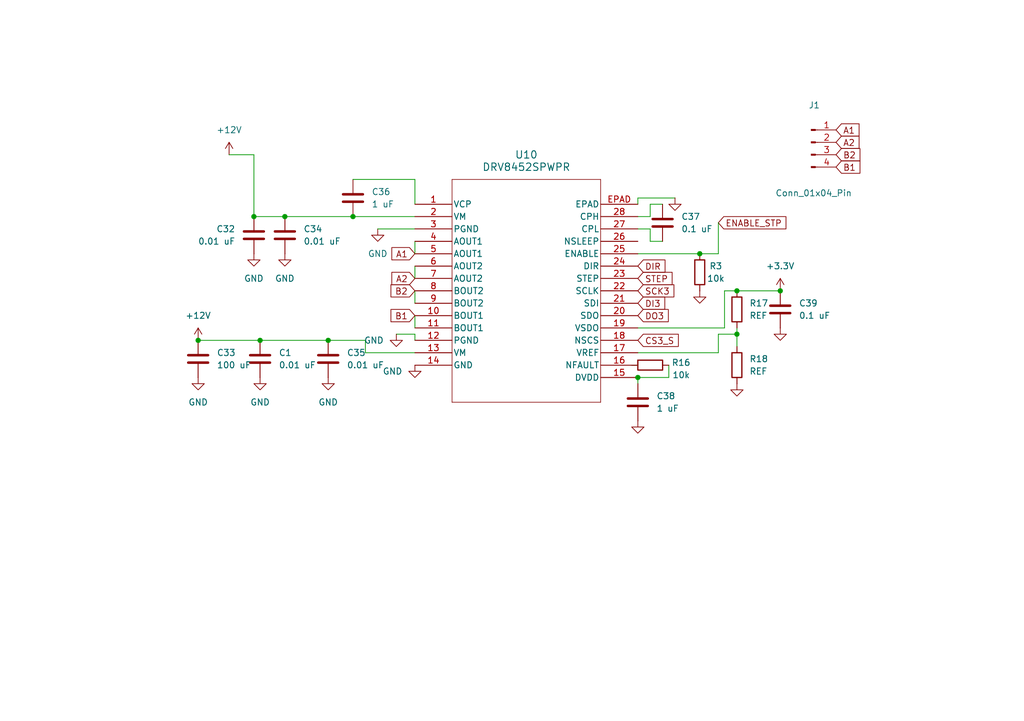
<source format=kicad_sch>
(kicad_sch (version 20250114) (generator "eeschema") (generator_version "9.0")
  (paper "A5")
  (lib_symbols
    (symbol "Connector:Conn_01x04_Pin" (pin_names (offset 1.016) (hide yes))
      (property "Reference" "J" (at 0 5.08 0))
      (property "Value" "Conn_01x04_Pin" (at 0 -7.62 0))
      (symbol "Conn_01x04_Pin_1_1"
        (rectangle (start 0.8636 2.667) (end 0 2.413) (stroke (width 0.1524)) (fill (type outline)))
        (rectangle (start 0.8636 0.127) (end 0 -0.127) (stroke (width 0.1524)) (fill (type outline)))
        (rectangle (start 0.8636 -2.413) (end 0 -2.667) (stroke (width 0.1524)) (fill (type outline)))
        (rectangle (start 0.8636 -4.953) (end 0 -5.207) (stroke (width 0.1524)) (fill (type outline)))
        (polyline (pts (xy 1.27 2.54) (xy 0.8636 2.54)) (stroke (width 0.1524)))
        (polyline (pts (xy 1.27 0) (xy 0.8636 0)) (stroke (width 0.1524)))
        (polyline (pts (xy 1.27 -2.54) (xy 0.8636 -2.54)) (stroke (width 0.1524)))
        (polyline (pts (xy 1.27 -5.08) (xy 0.8636 -5.08)) (stroke (width 0.1524)))
        (pin passive line (at 5.08 2.54 180) (length 3.81) (name "Pin_1") (number "1"))
        (pin passive line (at 5.08 0 180) (length 3.81) (name "Pin_2") (number "2"))
        (pin passive line (at 5.08 -2.54 180) (length 3.81) (name "Pin_3") (number "3"))
        (pin passive line (at 5.08 -5.08 180) (length 3.81) (name "Pin_4") (number "4"))
      )
    )
    (symbol "DRV8434SPWPR:DRV8434SPWPR" (pin_names (offset 0.254))
      (property "Reference" "U" (at 22.86 10.16 0))
      (property "Value" "DRV8434SPWPR" (at 22.86 7.62 0))
      (symbol "DRV8434SPWPR_0_1"
        (polyline (pts (xy 7.62 5.08) (xy 7.62 -40.64)) (stroke (width 0.127)))
        (polyline (pts (xy 7.62 -40.64) (xy 38.1 -40.64)) (stroke (width 0.127)))
        (polyline (pts (xy 38.1 5.08) (xy 7.62 5.08)) (stroke (width 0.127)))
        (polyline (pts (xy 38.1 -40.64) (xy 38.1 5.08)) (stroke (width 0.127)))
        (pin power_in line (at 0 0 0) (length 7.62) (name "VCP") (number "1"))
        (pin power_in line (at 0 -2.54 0) (length 7.62) (name "VM") (number "2"))
        (pin power_out line (at 0 -5.08 0) (length 7.62) (name "PGND") (number "3"))
        (pin output line (at 0 -7.62 0) (length 7.62) (name "AOUT1") (number "4"))
        (pin output line (at 0 -10.16 0) (length 7.62) (name "AOUT1") (number "5"))
        (pin output line (at 0 -12.7 0) (length 7.62) (name "AOUT2") (number "6"))
        (pin output line (at 0 -15.24 0) (length 7.62) (name "AOUT2") (number "7"))
        (pin output line (at 0 -17.78 0) (length 7.62) (name "BOUT2") (number "8"))
        (pin output line (at 0 -20.32 0) (length 7.62) (name "BOUT2") (number "9"))
        (pin output line (at 0 -22.86 0) (length 7.62) (name "BOUT1") (number "10"))
        (pin output line (at 0 -25.4 0) (length 7.62) (name "BOUT1") (number "11"))
        (pin power_out line (at 0 -27.94 0) (length 7.62) (name "PGND") (number "12"))
        (pin power_in line (at 0 -30.48 0) (length 7.62) (name "VM") (number "13"))
        (pin power_out line (at 0 -33.02 0) (length 7.62) (name "GND") (number "14"))
        (pin power_out line (at 45.72 0 180) (length 7.62) (name "EPAD") (number "EPAD"))
        (pin power_in line (at 45.72 -2.54 180) (length 7.62) (name "CPH") (number "28"))
        (pin power_in line (at 45.72 -5.08 180) (length 7.62) (name "CPL") (number "27"))
        (pin input line (at 45.72 -7.62 180) (length 7.62) (name "NSLEEP") (number "26"))
        (pin input line (at 45.72 -10.16 180) (length 7.62) (name "ENABLE") (number "25"))
        (pin input line (at 45.72 -12.7 180) (length 7.62) (name "DIR") (number "24"))
        (pin input line (at 45.72 -15.24 180) (length 7.62) (name "STEP") (number "23"))
        (pin input line (at 45.72 -17.78 180) (length 7.62) (name "SCLK") (number "22"))
        (pin input line (at 45.72 -20.32 180) (length 7.62) (name "SDI") (number "21"))
        (pin output line (at 45.72 -22.86 180) (length 7.62) (name "SDO") (number "20"))
        (pin power_in line (at 45.72 -25.4 180) (length 7.62) (name "VSDO") (number "19"))
        (pin input line (at 45.72 -27.94 180) (length 7.62) (name "NSCS") (number "18"))
        (pin power_in line (at 45.72 -30.48 180) (length 7.62) (name "VREF") (number "17"))
        (pin output line (at 45.72 -33.02 180) (length 7.62) (name "NFAULT") (number "16"))
        (pin power_in line (at 45.72 -35.56 180) (length 7.62) (name "DVDD") (number "15"))
      )
    )
    (symbol "Device:C" (pin_numbers (hide yes)) (pin_names (offset 0.254))
      (property "Reference" "C" (at 0.635 2.54 0))
      (property "Value" "C" (at 0.635 -2.54 0))
      (symbol "C_0_1"
        (polyline (pts (xy -2.032 0.762) (xy 2.032 0.762)) (stroke (width 0.508)))
        (polyline (pts (xy -2.032 -0.762) (xy 2.032 -0.762)) (stroke (width 0.508)))
      )
      (symbol "C_1_1"
        (pin passive line (at 0 3.81 270) (length 2.794) (name "~") (number "1"))
        (pin passive line (at 0 -3.81 90) (length 2.794) (name "~") (number "2"))
      )
    )
    (symbol "Device:R" (pin_numbers (hide yes)) (pin_names (offset 0))
      (property "Reference" "R" (at 2.032 0 90))
      (property "Value" "R" (at 0 0 90))
      (symbol "R_0_1"
        (rectangle (start -1.016 -2.54) (end 1.016 2.54) (stroke (width 0.254)))
      )
      (symbol "R_1_1"
        (pin passive line (at 0 3.81 270) (length 1.27) (name "~") (number "1"))
        (pin passive line (at 0 -3.81 90) (length 1.27) (name "~") (number "2"))
      )
    )
    (symbol "power:+12V" (power) (pin_numbers (hide yes)) (pin_names (offset 0) (hide yes))
      (property "Value" "+12V" (at 0 3.556 0))
      (symbol "+12V_0_1"
        (polyline (pts (xy -0.762 1.27) (xy 0 2.54)))
        (polyline (pts (xy 0 2.54) (xy 0.762 1.27)))
        (polyline (pts (xy 0 0) (xy 0 2.54)))
      )
      (symbol "+12V_1_1"
        (pin power_in line (at 0 0 90) (length 0) (name "~") (number "1"))
      )
    )
    (symbol "power:+3.3V" (power) (pin_numbers (hide yes)) (pin_names (offset 0) (hide yes))
      (property "Value" "+3.3V" (at 0 3.556 0))
      (symbol "+3.3V_0_1"
        (polyline (pts (xy -0.762 1.27) (xy 0 2.54)))
        (polyline (pts (xy 0 2.54) (xy 0.762 1.27)))
        (polyline (pts (xy 0 0) (xy 0 2.54)))
      )
      (symbol "+3.3V_1_1"
        (pin power_in line (at 0 0 90) (length 0) (name "~") (number "1"))
      )
    )
    (symbol "power:GND" (power) (pin_numbers (hide yes)) (pin_names (offset 0) (hide yes))
      (property "Value" "GND" (at 0 -3.81 0))
      (symbol "GND_0_1"
        (polyline (pts (xy 0 0) (xy 0 -1.27) (xy 1.27 -1.27) (xy 0 -2.54) (xy -1.27 -1.27) (xy 0 -1.27)))
      )
      (symbol "GND_1_1"
        (pin power_in line (at 0 0 270) (length 0) (name "~") (number "1"))
      )
    )
  )
  (junction (at 67.31 69.85))
  (junction (at 151.13 59.69))
  (junction (at 151.13 68.58))
  (junction (at 52.07 44.45))
  (junction (at 72.39 44.45))
  (junction (at 53.34 69.85))
  (junction (at 40.64 69.85))
  (junction (at 130.81 77.47))
  (junction (at 160.02 59.69))
  (junction (at 58.42 44.45))
  (junction (at 143.51 52.07))
  (wire (pts (xy 85.09 64.77) (xy 85.09 67.31)))
  (wire (pts (xy 148.59 59.69) (xy 148.59 67.31)))
  (wire (pts (xy 130.81 40.64) (xy 130.81 41.91)))
  (wire (pts (xy 74.93 72.39) (xy 85.09 72.39)))
  (wire (pts (xy 130.81 72.39) (xy 147.32 72.39)))
  (wire (pts (xy 85.09 36.83) (xy 72.39 36.83)))
  (wire (pts (xy 85.09 49.53) (xy 85.09 52.07)))
  (wire (pts (xy 133.35 41.91) (xy 135.89 41.91)))
  (wire (pts (xy 85.09 68.58) (xy 85.09 69.85)))
  (wire (pts (xy 130.81 77.47) (xy 130.81 78.74)))
  (wire (pts (xy 74.93 72.39) (xy 74.93 69.85)))
  (wire (pts (xy 130.81 67.31) (xy 148.59 67.31)))
  (wire (pts (xy 85.09 54.61) (xy 85.09 57.15)))
  (wire (pts (xy 85.09 41.91) (xy 85.09 36.83)))
  (wire (pts (xy 133.35 49.53) (xy 135.89 49.53)))
  (wire (pts (xy 72.39 44.45) (xy 85.09 44.45)))
  (wire (pts (xy 74.93 69.85) (xy 67.31 69.85)))
  (wire (pts (xy 148.59 59.69) (xy 151.13 59.69)))
  (wire (pts (xy 130.81 44.45) (xy 133.35 44.45)))
  (wire (pts (xy 151.13 68.58) (xy 151.13 67.31)))
  (wire (pts (xy 46.99 31.75) (xy 52.07 31.75)))
  (wire (pts (xy 147.32 72.39) (xy 147.32 68.58)))
  (wire (pts (xy 133.35 44.45) (xy 133.35 41.91)))
  (wire (pts (xy 81.28 68.58) (xy 85.09 68.58)))
  (wire (pts (xy 40.64 69.85) (xy 53.34 69.85)))
  (wire (pts (xy 130.81 46.99) (xy 133.35 46.99)))
  (wire (pts (xy 85.09 59.69) (xy 85.09 62.23)))
  (wire (pts (xy 58.42 44.45) (xy 72.39 44.45)))
  (wire (pts (xy 147.32 68.58) (xy 151.13 68.58)))
  (wire (pts (xy 138.43 40.64) (xy 130.81 40.64)))
  (wire (pts (xy 77.47 46.99) (xy 85.09 46.99)))
  (wire (pts (xy 52.07 44.45) (xy 58.42 44.45)))
  (wire (pts (xy 52.07 31.75) (xy 52.07 44.45)))
  (wire (pts (xy 133.35 46.99) (xy 133.35 49.53)))
  (wire (pts (xy 53.34 69.85) (xy 67.31 69.85)))
  (wire (pts (xy 147.32 45.72) (xy 147.32 52.07)))
  (wire (pts (xy 151.13 68.58) (xy 151.13 71.12)))
  (wire (pts (xy 130.81 74.93) (xy 129.54 74.93)))
  (wire (pts (xy 137.16 74.93) (xy 137.16 77.47)))
  (wire (pts (xy 137.16 77.47) (xy 130.81 77.47)))
  (wire (pts (xy 143.51 52.07) (xy 130.81 52.07)))
  (wire (pts (xy 151.13 59.69) (xy 160.02 59.69)))
  (wire (pts (xy 147.32 52.07) (xy 143.51 52.07)))
  (global_label "B2" (shape input) (at 171.45 31.75 0) (property "Intersheetrefs" "${INTERSHEET_REFS}" (effects (hide yes))))
  (global_label "DO3" (shape input) (at 130.81 64.77 0) (property "Intersheetrefs" "${INTERSHEET_REFS}" (effects (hide yes))))
  (global_label "SCK3" (shape input) (at 130.81 59.69 0) (property "Intersheetrefs" "${INTERSHEET_REFS}" (effects (hide yes))))
  (global_label "CS3_S" (shape input) (at 130.81 69.85 0) (property "Intersheetrefs" "${INTERSHEET_REFS}" (effects (hide yes))))
  (global_label "A2" (shape input) (at 85.09 57.15 180) (property "Intersheetrefs" "${INTERSHEET_REFS}" (effects (hide yes))))
  (global_label "A1" (shape input) (at 85.09 52.07 180) (property "Intersheetrefs" "${INTERSHEET_REFS}" (effects (hide yes))))
  (global_label "A2" (shape input) (at 171.45 29.21 0) (property "Intersheetrefs" "${INTERSHEET_REFS}" (effects (hide yes))))
  (global_label "STEP" (shape input) (at 130.81 57.15 0) (property "Intersheetrefs" "${INTERSHEET_REFS}" (effects (hide yes))))
  (global_label "DIR" (shape input) (at 130.81 54.61 0) (property "Intersheetrefs" "${INTERSHEET_REFS}" (effects (hide yes))))
  (global_label "B1" (shape input) (at 85.09 64.77 180) (property "Intersheetrefs" "${INTERSHEET_REFS}" (effects (hide yes))))
  (global_label "B1" (shape input) (at 171.45 34.29 0) (property "Intersheetrefs" "${INTERSHEET_REFS}" (effects (hide yes))))
  (global_label "ENABLE_STP" (shape input) (at 147.32 45.72 0) (property "Intersheetrefs" "${INTERSHEET_REFS}" (effects (hide yes))))
  (global_label "B2" (shape input) (at 85.09 59.69 180) (property "Intersheetrefs" "${INTERSHEET_REFS}" (effects (hide yes))))
  (global_label "A1" (shape input) (at 171.45 26.67 0) (property "Intersheetrefs" "${INTERSHEET_REFS}" (effects (hide yes))))
  (global_label "DI3" (shape input) (at 130.81 62.23 0) (property "Intersheetrefs" "${INTERSHEET_REFS}" (effects (hide yes))))
  (symbol (lib_id "power:GND") (at 67.31 77.47 0) (unit 1)
    (property "Reference" "#PWR078" (effects (hide yes)))
    (property "Value" "GND" (at 67.31 82.55 0))
    (property "Description" "Power symbol creates a global label with name \"GND\" , ground" (effects (hide yes)))
  )
  (symbol (lib_id "power:+12V") (at 46.99 31.75 0) (unit 1)
    (property "Reference" "#PWR072" (effects (hide yes)))
    (property "Value" "+12V" (at 46.99 26.67 0))
    (property "Description" "Power symbol creates a global label with name \"+12V\"" (effects (hide yes)))
  )
  (symbol (lib_id "power:GND") (at 58.42 52.07 0) (unit 1)
    (property "Reference" "#PWR077" (effects (hide yes)))
    (property "Value" "GND" (at 58.42 57.15 0))
    (property "Description" "Power symbol creates a global label with name \"GND\" , ground" (effects (hide yes)))
  )
  (symbol (lib_id "Device:C") (at 160.02 63.5 0) (unit 1)
    (property "Reference" "C39" (at 163.83 62.2299 0) (effects (justify left)))
    (property "Value" "0.1 uF" (at 163.83 64.7699 0) (effects (justify left)))
    (property "Footprint" "Capacitor_SMD:C_0603_1608Metric" (effects (hide yes)))
    (property "Description" "Unpolarized capacitor" (effects (hide yes)))
  )
  (symbol (lib_id "Device:R") (at 143.51 55.88 0) (unit 1)
    (property "Reference" "R3" (at 146.812 54.61 0))
    (property "Value" "10k" (at 146.812 57.15 0))
    (property "Footprint" "Resistor_SMD:R_0603_1608Metric" (effects (hide yes)))
    (property "Description" "Resistor" (effects (hide yes)))
  )
  (symbol (lib_id "Device:C") (at 58.42 48.26 0) (unit 1)
    (property "Reference" "C34" (at 62.23 46.9899 0) (effects (justify left)))
    (property "Value" "0.01 uF" (at 62.23 49.5299 0) (effects (justify left)))
    (property "Footprint" "Capacitor_SMD:C_0603_1608Metric" (effects (hide yes)))
    (property "Description" "Unpolarized capacitor" (effects (hide yes)))
  )
  (symbol (lib_id "Device:R") (at 151.13 63.5 0) (unit 1)
    (property "Reference" "R17" (at 153.67 62.2299 0) (effects (justify left)))
    (property "Value" "REF" (at 153.67 64.7699 0) (effects (justify left)))
    (property "Footprint" "Resistor_SMD:R_0603_1608Metric" (effects (hide yes)))
    (property "Description" "Resistor" (effects (hide yes)))
  )
  (symbol (lib_id "Connector:Conn_01x04_Pin") (at 166.37 29.21 0) (unit 1)
    (property "Reference" "J1" (at 167.005 21.59 0))
    (property "Value" "Conn_01x04_Pin" (at 166.878 39.624 0))
    (property "Footprint" "B04B-PASK:CONN_B04B-PASK_JST" (effects (hide yes)))
    (property "Description" "Generic connector, single row, 01x04, script generated" (effects (hide yes)))
  )
  (symbol (lib_id "power:GND") (at 52.07 52.07 0) (unit 1)
    (property "Reference" "#PWR074" (effects (hide yes)))
    (property "Value" "GND" (at 52.07 57.15 0))
    (property "Description" "Power symbol creates a global label with name \"GND\" , ground" (effects (hide yes)))
  )
  (symbol (lib_id "Device:C") (at 40.64 73.66 0) (unit 1)
    (property "Reference" "C33" (at 44.45 72.3899 0) (effects (justify left)))
    (property "Value" "100 uF" (at 44.45 74.9299 0) (effects (justify left)))
    (property "Footprint" "Capacitor_THT:CP_Radial_D10.0mm_P5.00mm" (effects (hide yes)))
    (property "Description" "Unpolarized capacitor" (effects (hide yes)))
  )
  (symbol (lib_id "Device:C") (at 135.89 45.72 0) (unit 1)
    (property "Reference" "C37" (at 139.7 44.4499 0) (effects (justify left)))
    (property "Value" "0.1 uF" (at 139.7 46.9899 0) (effects (justify left)))
    (property "Footprint" "Capacitor_SMD:C_0603_1608Metric" (effects (hide yes)))
    (property "Description" "Unpolarized capacitor" (effects (hide yes)))
  )
  (symbol (lib_id "Device:R") (at 133.35 74.93 90) (unit 1)
    (property "Reference" "R16" (at 139.7 74.422 90))
    (property "Value" "10k" (at 139.7 76.962 90))
    (property "Footprint" "Resistor_SMD:R_0603_1608Metric" (effects (hide yes)))
    (property "Description" "Resistor" (effects (hide yes)))
  )
  (symbol (lib_id "power:+12V") (at 40.64 69.85 0) (unit 1)
    (property "Reference" "#PWR075" (effects (hide yes)))
    (property "Value" "+12V" (at 40.64 64.77 0))
    (property "Description" "Power symbol creates a global label with name \"+12V\"" (effects (hide yes)))
  )
  (symbol (lib_id "power:GND") (at 160.02 67.31 0) (unit 1)
    (property "Reference" "#PWR086" (effects (hide yes)))
    (property "Value" "GND" (effects (hide yes)))
    (property "Description" "Power symbol creates a global label with name \"GND\" , ground" (effects (hide yes)))
  )
  (symbol (lib_id "power:GND") (at 143.51 59.69 0) (unit 1)
    (property "Reference" "#PWR04" (effects (hide yes)))
    (property "Value" "GND" (effects (hide yes)))
    (property "Description" "Power symbol creates a global label with name \"GND\" , ground" (effects (hide yes)))
  )
  (symbol (lib_id "Device:C") (at 72.39 40.64 0) (unit 1)
    (property "Reference" "C36" (at 76.2 39.3699 0) (effects (justify left)))
    (property "Value" "1 uF" (at 76.2 41.9099 0) (effects (justify left)))
    (property "Footprint" "Capacitor_SMD:C_0603_1608Metric" (effects (hide yes)))
    (property "Description" "Unpolarized capacitor" (effects (hide yes)))
  )
  (symbol (lib_id "Device:C") (at 130.81 82.55 0) (unit 1)
    (property "Reference" "C38" (at 134.62 81.2799 0) (effects (justify left)))
    (property "Value" "1 uF" (at 134.62 83.8199 0) (effects (justify left)))
    (property "Footprint" "Capacitor_SMD:C_0603_1608Metric" (effects (hide yes)))
    (property "Description" "Unpolarized capacitor" (effects (hide yes)))
  )
  (symbol (lib_id "power:GND") (at 40.64 77.47 0) (unit 1)
    (property "Reference" "#PWR076" (effects (hide yes)))
    (property "Value" "GND" (at 40.64 82.55 0))
    (property "Description" "Power symbol creates a global label with name \"GND\" , ground" (effects (hide yes)))
  )
  (symbol (lib_id "power:GND") (at 53.34 77.47 0) (unit 1)
    (property "Reference" "#PWR01" (effects (hide yes)))
    (property "Value" "GND" (at 53.34 82.55 0))
    (property "Description" "Power symbol creates a global label with name \"GND\" , ground" (effects (hide yes)))
  )
  (symbol (lib_id "Device:R") (at 151.13 74.93 0) (unit 1)
    (property "Reference" "R18" (at 153.67 73.6599 0) (effects (justify left)))
    (property "Value" "REF" (at 153.67 76.1999 0) (effects (justify left)))
    (property "Footprint" "Resistor_SMD:R_0603_1608Metric" (effects (hide yes)))
    (property "Description" "Resistor" (effects (hide yes)))
  )
  (symbol (lib_id "Device:C") (at 52.07 48.26 0) (unit 1)
    (property "Reference" "C32" (at 48.26 46.9899 0) (effects (justify right)))
    (property "Value" "0.01 uF" (at 48.26 49.5299 0) (effects (justify right)))
    (property "Footprint" "Capacitor_SMD:C_0603_1608Metric" (effects (hide yes)))
    (property "Description" "Unpolarized capacitor" (effects (hide yes)))
  )
  (symbol (lib_id "power:GND") (at 138.43 40.64 0) (unit 1)
    (property "Reference" "#PWR082" (effects (hide yes)))
    (property "Value" "GND" (effects (hide yes)))
    (property "Description" "Power symbol creates a global label with name \"GND\" , ground" (effects (hide yes)))
  )
  (symbol (lib_id "power:GND") (at 85.09 74.93 0) (unit 1)
    (property "Reference" "#PWR081" (effects (hide yes)))
    (property "Value" "GND" (at 82.55 76.1999 0) (effects (justify right)))
    (property "Description" "Power symbol creates a global label with name \"GND\" , ground" (effects (hide yes)))
  )
  (symbol (lib_id "power:+3.3V") (at 160.02 59.69 0) (unit 1)
    (property "Reference" "#PWR085" (effects (hide yes)))
    (property "Value" "+3.3V" (at 160.02 54.61 0))
    (property "Description" "Power symbol creates a global label with name \"+3.3V\"" (effects (hide yes)))
  )
  (symbol (lib_id "power:GND") (at 81.28 68.58 0) (unit 1)
    (property "Reference" "#PWR080" (effects (hide yes)))
    (property "Value" "GND" (at 78.74 69.8499 0) (effects (justify right)))
    (property "Description" "Power symbol creates a global label with name \"GND\" , ground" (effects (hide yes)))
  )
  (symbol (lib_id "power:GND") (at 130.81 86.36 0) (unit 1)
    (property "Reference" "#PWR083" (effects (hide yes)))
    (property "Value" "GND" (effects (hide yes)))
    (property "Description" "Power symbol creates a global label with name \"GND\" , ground" (effects (hide yes)))
  )
  (symbol (lib_id "Device:C") (at 53.34 73.66 0) (unit 1)
    (property "Reference" "C1" (at 57.15 72.3899 0) (effects (justify left)))
    (property "Value" "0.01 uF" (at 57.15 74.9299 0) (effects (justify left)))
    (property "Footprint" "Capacitor_SMD:C_0603_1608Metric" (effects (hide yes)))
    (property "Description" "Unpolarized capacitor" (effects (hide yes)))
  )
  (symbol (lib_id "power:GND") (at 151.13 78.74 0) (unit 1)
    (property "Reference" "#PWR084" (effects (hide yes)))
    (property "Value" "GND" (effects (hide yes)))
    (property "Description" "Power symbol creates a global label with name \"GND\" , ground" (effects (hide yes)))
  )
  (symbol (lib_id "Device:C") (at 67.31 73.66 0) (unit 1)
    (property "Reference" "C35" (at 71.12 72.3899 0) (effects (justify left)))
    (property "Value" "0.01 uF" (at 71.12 74.9299 0) (effects (justify left)))
    (property "Footprint" "Capacitor_SMD:C_0603_1608Metric" (effects (hide yes)))
    (property "Description" "Unpolarized capacitor" (effects (hide yes)))
  )
  (symbol (lib_id "power:GND") (at 77.47 46.99 0) (unit 1)
    (property "Reference" "#PWR079" (effects (hide yes)))
    (property "Value" "GND" (at 77.47 52.07 0))
    (property "Description" "Power symbol creates a global label with name \"GND\" , ground" (effects (hide yes)))
  )
  (symbol (lib_id "DRV8434SPWPR:DRV8434SPWPR") (at 85.09 41.91 0) (unit 1)
    (property "Reference" "U10" (at 107.95 31.75 0) (effects (font (size 1.524 1.524))))
    (property "Value" "DRV8452SPWPR" (at 107.95 34.29 0) (effects (font (size 1.524 1.524))))
    (property "Footprint" "DRV8434SPWPR:PWP0028M_TEX" (effects (hide yes)))
    (property "Datasheet" "https://www.ti.com/lit/gpn/drv8434s" (effects (hide yes)))
  )
)
</source>
